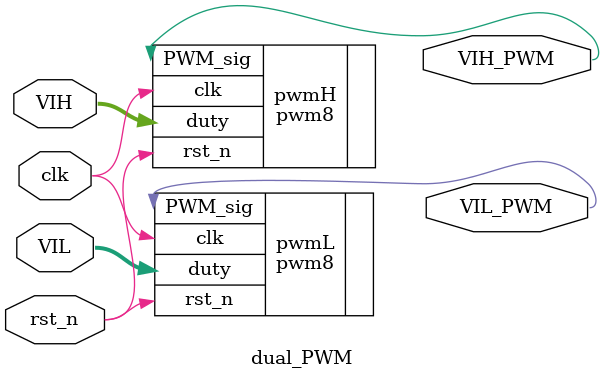
<source format=sv>
module dual_PWM(clk, rst_n, VIL, VIH, VIL_PWM, VIH_PWM);

input clk, rst_n;
input [7:0] VIL, VIH;
output logic VIL_PWM, VIH_PWM;

pwm8 pwmL(.clk(clk), .rst_n(rst_n), .duty(VIL), .PWM_sig(VIL_PWM));
pwm8 pwmH(.clk(clk), .rst_n(rst_n), .duty(VIH), .PWM_sig(VIH_PWM));

endmodule

</source>
